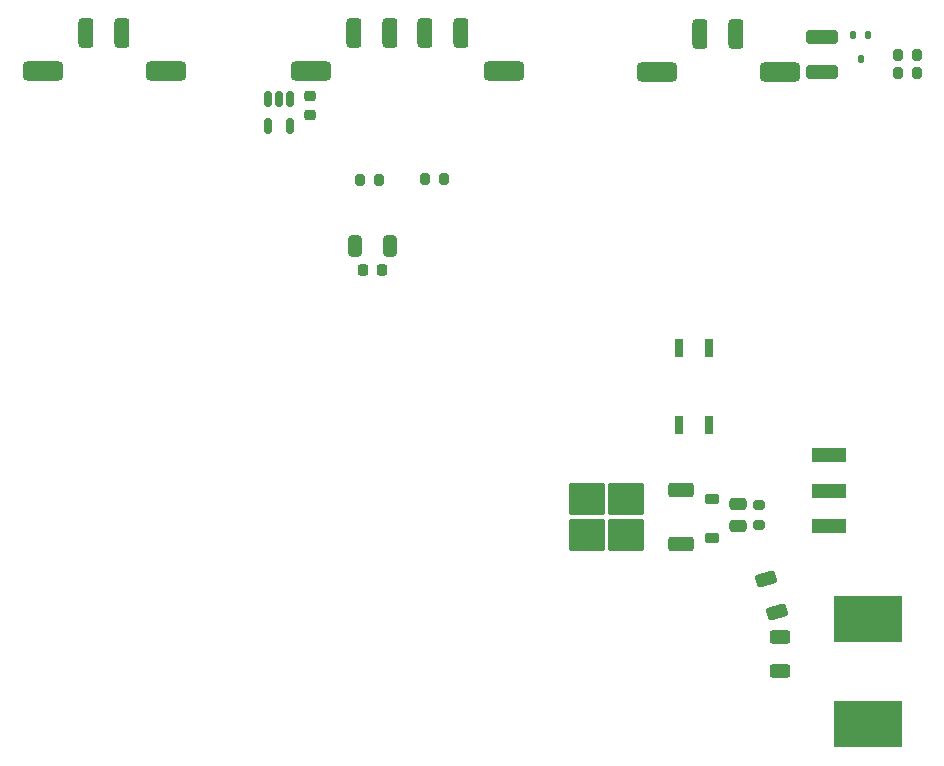
<source format=gbr>
%TF.GenerationSoftware,KiCad,Pcbnew,9.0.0*%
%TF.CreationDate,2025-03-29T15:41:40+01:00*%
%TF.ProjectId,TDK_DCDC_pcb,54444b5f-4443-4444-935f-7063622e6b69,rev?*%
%TF.SameCoordinates,Original*%
%TF.FileFunction,Paste,Top*%
%TF.FilePolarity,Positive*%
%FSLAX46Y46*%
G04 Gerber Fmt 4.6, Leading zero omitted, Abs format (unit mm)*
G04 Created by KiCad (PCBNEW 9.0.0) date 2025-03-29 15:41:40*
%MOMM*%
%LPD*%
G01*
G04 APERTURE LIST*
G04 Aperture macros list*
%AMRoundRect*
0 Rectangle with rounded corners*
0 $1 Rounding radius*
0 $2 $3 $4 $5 $6 $7 $8 $9 X,Y pos of 4 corners*
0 Add a 4 corners polygon primitive as box body*
4,1,4,$2,$3,$4,$5,$6,$7,$8,$9,$2,$3,0*
0 Add four circle primitives for the rounded corners*
1,1,$1+$1,$2,$3*
1,1,$1+$1,$4,$5*
1,1,$1+$1,$6,$7*
1,1,$1+$1,$8,$9*
0 Add four rect primitives between the rounded corners*
20,1,$1+$1,$2,$3,$4,$5,0*
20,1,$1+$1,$4,$5,$6,$7,0*
20,1,$1+$1,$6,$7,$8,$9,0*
20,1,$1+$1,$8,$9,$2,$3,0*%
G04 Aperture macros list end*
%ADD10RoundRect,0.250000X-1.100000X0.325000X-1.100000X-0.325000X1.100000X-0.325000X1.100000X0.325000X0*%
%ADD11RoundRect,0.200000X-0.200000X-0.275000X0.200000X-0.275000X0.200000X0.275000X-0.200000X0.275000X0*%
%ADD12RoundRect,0.250000X0.475000X-0.250000X0.475000X0.250000X-0.475000X0.250000X-0.475000X-0.250000X0*%
%ADD13RoundRect,0.317500X-0.317500X-0.952500X0.317500X-0.952500X0.317500X0.952500X-0.317500X0.952500X0*%
%ADD14RoundRect,0.412500X-1.302500X-0.412500X1.302500X-0.412500X1.302500X0.412500X-1.302500X0.412500X0*%
%ADD15RoundRect,0.250000X0.850000X0.350000X-0.850000X0.350000X-0.850000X-0.350000X0.850000X-0.350000X0*%
%ADD16RoundRect,0.250000X1.275000X1.125000X-1.275000X1.125000X-1.275000X-1.125000X1.275000X-1.125000X0*%
%ADD17R,5.800000X4.000000*%
%ADD18RoundRect,0.250000X-0.325000X-0.650000X0.325000X-0.650000X0.325000X0.650000X-0.325000X0.650000X0*%
%ADD19RoundRect,0.200000X0.200000X0.275000X-0.200000X0.275000X-0.200000X-0.275000X0.200000X-0.275000X0*%
%ADD20RoundRect,0.225000X-0.225000X-0.250000X0.225000X-0.250000X0.225000X0.250000X-0.225000X0.250000X0*%
%ADD21RoundRect,0.112500X0.112500X0.237500X-0.112500X0.237500X-0.112500X-0.237500X0.112500X-0.237500X0*%
%ADD22RoundRect,0.250000X0.689057X-0.116113X0.506324X0.481578X-0.689057X0.116113X-0.506324X-0.481578X0*%
%ADD23R,2.920000X1.270000*%
%ADD24RoundRect,0.250000X0.625000X-0.312500X0.625000X0.312500X-0.625000X0.312500X-0.625000X-0.312500X0*%
%ADD25R,0.700000X1.550000*%
%ADD26RoundRect,0.200000X0.275000X-0.200000X0.275000X0.200000X-0.275000X0.200000X-0.275000X-0.200000X0*%
%ADD27RoundRect,0.225000X0.250000X-0.225000X0.250000X0.225000X-0.250000X0.225000X-0.250000X-0.225000X0*%
%ADD28RoundRect,0.150000X-0.150000X0.512500X-0.150000X-0.512500X0.150000X-0.512500X0.150000X0.512500X0*%
%ADD29RoundRect,0.225000X0.375000X-0.225000X0.375000X0.225000X-0.375000X0.225000X-0.375000X-0.225000X0*%
G04 APERTURE END LIST*
D10*
%TO.C,C7*%
X177600000Y-63246000D03*
X177600000Y-66196002D03*
%TD*%
D11*
%TO.C,R3*%
X183975000Y-64800000D03*
X185625000Y-64800000D03*
%TD*%
D12*
%TO.C,C13*%
X170500000Y-104700000D03*
X170500000Y-102800000D03*
%TD*%
D13*
%TO.C,J1*%
X170283000Y-63010000D03*
X167283000Y-63010000D03*
D14*
X163583000Y-66210000D03*
X173983000Y-66210000D03*
%TD*%
D15*
%TO.C,Q2*%
X165625000Y-106207500D03*
D16*
X161000000Y-105452500D03*
X161000000Y-102402500D03*
X157650000Y-105452500D03*
X157650000Y-102402500D03*
D15*
X165625000Y-101647500D03*
%TD*%
D17*
%TO.C,F3*%
X181500000Y-112550000D03*
X181500000Y-121450000D03*
%TD*%
D18*
%TO.C,C4*%
X138025000Y-81000000D03*
X140975000Y-81000000D03*
%TD*%
D19*
%TO.C,R5*%
X140075000Y-75360000D03*
X138425000Y-75360000D03*
%TD*%
D20*
%TO.C,C5*%
X138750000Y-82984177D03*
X140300000Y-82984177D03*
%TD*%
D13*
%TO.C,J3*%
X118300000Y-62960000D03*
X115300000Y-62960000D03*
D14*
X111600000Y-66160000D03*
X122000000Y-66160000D03*
%TD*%
D21*
%TO.C,D4*%
X181513000Y-63119000D03*
X180213000Y-63119000D03*
X180863000Y-65119000D03*
%TD*%
D22*
%TO.C,R10*%
X173727593Y-111918597D03*
X172872407Y-109121403D03*
%TD*%
D23*
%TO.C,HV_in1*%
X178170000Y-101690000D03*
X178170000Y-98690000D03*
X178170000Y-104690000D03*
%TD*%
D24*
%TO.C,R9*%
X174000000Y-116962500D03*
X174000000Y-114037500D03*
%TD*%
D25*
%TO.C,U2*%
X167969064Y-89625463D03*
X165429064Y-89625463D03*
X165429064Y-96125463D03*
X167969064Y-96125463D03*
%TD*%
D19*
%TO.C,R6*%
X145575000Y-75330000D03*
X143925000Y-75330000D03*
%TD*%
D26*
%TO.C,R11*%
X172250000Y-104575000D03*
X172250000Y-102925000D03*
%TD*%
D13*
%TO.C,J2*%
X146994000Y-62967000D03*
X143994000Y-62967000D03*
X140994000Y-62967000D03*
X137994000Y-62967000D03*
D14*
X134294000Y-66167000D03*
X150694000Y-66167000D03*
%TD*%
D11*
%TO.C,R1*%
X183980000Y-66340000D03*
X185630000Y-66340000D03*
%TD*%
D27*
%TO.C,C12*%
X134260000Y-69845000D03*
X134260000Y-68295000D03*
%TD*%
D28*
%TO.C,U4*%
X132569999Y-68502500D03*
X131620000Y-68502500D03*
X130670001Y-68502500D03*
X130670001Y-70777500D03*
X132569999Y-70777500D03*
%TD*%
D29*
%TO.C,D3*%
X168250000Y-105650000D03*
X168250000Y-102350000D03*
%TD*%
M02*

</source>
